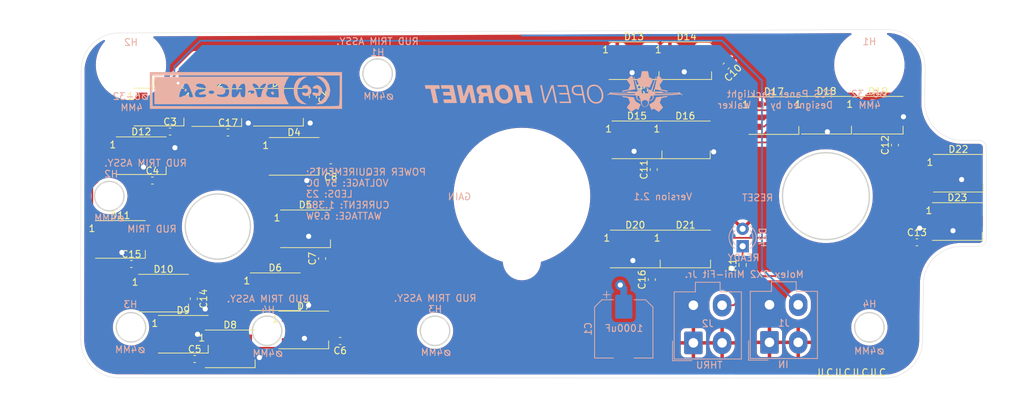
<source format=kicad_pcb>
(kicad_pcb (version 20211014) (generator pcbnew)
  (layers (0 "F.Cu" signal) (31 "B.Cu" signal) (34 "B.Paste" user) (35 "F.Paste" user) (36 "B.SilkS" user "B.Silkscreen") (37 "F.SilkS" user "F.Silkscreen") (38 "B.Mask" user) (39 "F.Mask" user) (44 "Edge.Cuts" user))
  (net 0 "")
  (net 1 "Net-(D1-Pad2)")
  (net 2 "Net-(D2-Pad2)")
  (net 3 "Net-(D3-Pad2)")
  (net 4 "Net-(D4-Pad2)")
  (net 5 "Net-(D5-Pad2)")
  (net 6 "Net-(D6-Pad2)")
  (net 7 "Net-(D7-Pad2)")
  (net 8 "Net-(D8-Pad2)")
  (net 9 "Net-(D10-Pad4)")
  (net 10 "Net-(D10-Pad2)")
  (net 11 "Net-(D11-Pad2)")
  (net 12 "Net-(D12-Pad2)")
  (net 13 "Net-(D13-Pad2)")
  (net 14 "Net-(D14-Pad2)")
  (net 15 "Net-(D15-Pad2)")
  (net 16 "Net-(D16-Pad2)")
  (net 17 "Net-(D17-Pad2)")
  (net 18 "Net-(D18-Pad2)")
  (net 19 "Net-(D19-Pad2)")
  (net 20 "Net-(D20-Pad2)")
  (net 21 "Net-(D21-Pad2)")
  (net 22 "Net-(D22-Pad2)")
  (net 23 "Net-(D24-Pad1)")
  (net 24 "/LEDGND")
  (net 25 "/LED+5V")
  (net 26 "/DATAIN")
  (net 27 "/DATAOUT")
  (footprint "OH_Footprints:LED_WS2812B_PLCC4_5.0x5.0mm_P3.2mm" (layer "F.Cu") (at 94.2848 57.8104)
    (fp_text reference "D1")
    (fp_text value "WS2812B")
  )
  (footprint "OH_Footprints:LED_WS2812B_PLCC4_5.0x5.0mm_P3.2mm" (layer "F.Cu") (at 102.729 57.8864)
    (fp_text reference "D2")
    (fp_text value "WS2812B")
  )
  (footprint "OH_Footprints:LED_WS2812B_PLCC4_5.0x5.0mm_P3.2mm" (layer "F.Cu") (at 111.748 57.8356)
    (fp_text reference "D3")
    (fp_text value "WS2812B")
  )
  (footprint "OH_Footprints:LED_WS2812B_PLCC4_5.0x5.0mm_P3.2mm" (layer "F.Cu") (at 114.046 65.024)
    (fp_text reference "D4")
    (fp_text value "WS2812B")
  )
  (footprint "OH_Footprints:LED_WS2812B_PLCC4_5.0x5.0mm_P3.2mm" (layer "F.Cu") (at 115.711 75.6156)
    (fp_text reference "D5")
    (fp_text value "WS2812B")
  )
  (footprint "OH_Footprints:LED_WS2812B_PLCC4_5.0x5.0mm_P3.2mm" (layer "F.Cu") (at 111.291 84.8104)
    (fp_text reference "D6")
    (fp_text value "WS2812B")
  )
  (footprint "OH_Footprints:LED_WS2812B_PLCC4_5.0x5.0mm_P3.2mm" (layer "F.Cu") (at 115.457 90.3984)
    (fp_text reference "D7")
    (fp_text value "WS2812B")
  )
  (footprint "OH_Footprints:LED_WS2812B_PLCC4_5.0x5.0mm_P3.2mm" (layer "F.Cu") (at 104.699 93.1672)
    (fp_text reference "D8")
    (fp_text value "WS2812B")
  )
  (footprint "OH_Footprints:LED_WS2812B_PLCC4_5.0x5.0mm_P3.2mm" (layer "F.Cu") (at 97.8408 91.0336)
    (fp_text reference "D9")
    (fp_text value "WS2812B")
  )
  (footprint "OH_Footprints:LED_WS2812B_PLCC4_5.0x5.0mm_P3.2mm" (layer "F.Cu") (at 94.9568 85.0136)
    (fp_text reference "D10")
    (fp_text value "WS2812B")
  )
  (footprint "OH_Footprints:LED_WS2812B_PLCC4_5.0x5.0mm_P3.2mm" (layer "F.Cu") (at 88.646 77.1652)
    (fp_text reference "D11")
    (fp_text value "WS2812B")
  )
  (footprint "OH_Footprints:LED_WS2812B_PLCC4_5.0x5.0mm_P3.2mm" (layer "F.Cu") (at 91.694 64.9224)
    (fp_text reference "D12")
    (fp_text value "WS2812B")
  )
  (footprint "OH_Footprints:LED_WS2812B_PLCC4_5.0x5.0mm_P3.2mm" (layer "F.Cu") (at 163.74 51.0284)
    (fp_text reference "D13")
    (fp_text value "WS2812B")
  )
  (footprint "OH_Footprints:LED_WS2812B_PLCC4_5.0x5.0mm_P3.2mm" (layer "F.Cu") (at 171.438 51.0288)
    (fp_text reference "D14")
    (fp_text value "WS2812B")
  )
  (footprint "OH_Footprints:LED_WS2812B_PLCC4_5.0x5.0mm_P3.2mm" (layer "F.Cu") (at 164.174 62.6108)
    (fp_text reference "D15")
    (fp_text value "WS2812B")
  )
  (footprint "OH_Footprints:LED_WS2812B_PLCC4_5.0x5.0mm_P3.2mm" (layer "F.Cu") (at 171.235 62.6112)
    (fp_text reference "D16")
    (fp_text value "WS2812B")
  )
  (footprint "OH_Footprints:LED_WS2812B_PLCC4_5.0x5.0mm_P3.2mm" (layer "F.Cu") (at 184.189 59.0552)
    (fp_text reference "D17")
    (fp_text value "WS2812B")
  )
  (footprint "OH_Footprints:LED_WS2812B_PLCC4_5.0x5.0mm_P3.2mm" (layer "F.Cu") (at 191.883 59.004)
    (fp_text reference "D18")
    (fp_text value "WS2812B")
  )
  (footprint "OH_Footprints:LED_WS2812B_PLCC4_5.0x5.0mm_P3.2mm" (layer "F.Cu") (at 199.429 59.004)
    (fp_text reference "D19")
    (fp_text value "WS2812B")
  )
  (footprint "OH_Footprints:LED_WS2812B_PLCC4_5.0x5.0mm_P3.2mm" (layer "F.Cu") (at 163.92 78.5624)
    (fp_text reference "D20")
    (fp_text value "WS2812B")
  )
  (footprint "OH_Footprints:LED_WS2812B_PLCC4_5.0x5.0mm_P3.2mm" (layer "F.Cu") (at 171.286 78.562)
    (fp_text reference "D21")
    (fp_text value "WS2812B")
  )
  (footprint "OH_Footprints:LED_WS2812B_PLCC4_5.0x5.0mm_P3.2mm" (layer "F.Cu") (at 211.164 67.4876)
    (fp_text reference "D22")
    (fp_text value "WS2812B")
  )
  (footprint "OH_Footprints:LED_WS2812B_PLCC4_5.0x5.0mm_P3.2mm" (layer "F.Cu") (at 211.012 74.5488)
    (fp_text reference "D23")
    (fp_text value "WS2812B")
  )
  (footprint "OH_Footprints:R_0603_1608Metric" (layer "F.Cu") (at 179.621 80.9067 90)
    (fp_text reference "R1")
    (fp_text value "R")
  )
  (footprint "OH_Footprints:C_0603_1608Metric" (layer "F.Cu") (at 116.789 56.322 -90)
    (fp_text reference "C2")
    (fp_text value "C")
  )
  (footprint "OH_Footprints:C_0603_1608Metric" (layer "F.Cu") (at 95.9179 61.3969)
    (fp_text reference "C3")
    (fp_text value "C")
  )
  (footprint "OH_Footprints:C_0603_1608Metric" (layer "F.Cu") (at 93.3297 68.5622)
    (fp_text reference "C4")
    (fp_text value "C")
  )
  (footprint "OH_Footprints:C_0603_1608Metric" (layer "F.Cu") (at 99.5146 94.6429)
    (fp_text reference "C5")
    (fp_text value "C")
  )
  (footprint "OH_Footprints:C_0603_1608Metric" (layer "F.Cu") (at 120.78 92.0039 180)
    (fp_text reference "C6")
    (fp_text value "C")
  )
  (footprint "OH_Footprints:C_0603_1608Metric" (layer "F.Cu") (at 118.148 79.9669 90)
    (fp_text reference "C7")
    (fp_text value "C")
  )
  (footprint "OH_Footprints:C_0603_1608Metric" (layer "F.Cu") (at 119.408 66.6166 180)
    (fp_text reference "C8")
    (fp_text value "C")
  )
  (footprint "OH_Footprints:C_0603_1608Metric" (layer "F.Cu") (at 166.202 55.3821 90)
    (fp_text reference "C9")
    (fp_text value "C")
  )
  (footprint "OH_Footprints:C_0603_1608Metric" (layer "F.Cu") (at 177.211 51.823 -135)
    (fp_text reference "C10")
    (fp_text value "C")
  )
  (footprint "OH_Footprints:C_0603_1608Metric" (layer "F.Cu") (at 166.627 66.9518 90)
    (fp_text reference "C11")
    (fp_text value "C")
  )
  (footprint "OH_Footprints:C_0603_1608Metric" (layer "F.Cu") (at 201.892 63.3731 90)
    (fp_text reference "C12")
    (fp_text value "C")
  )
  (footprint "OH_Footprints:C_0603_1608Metric" (layer "F.Cu") (at 205.105 77.5868)
    (fp_text reference "C13")
    (fp_text value "C")
  )
  (footprint "OH_Footprints:C_0603_1608Metric" (layer "F.Cu") (at 99.3826 85.8445 -90)
    (fp_text reference "C14")
    (fp_text value "C")
  )
  (footprint "OH_Footprints:C_0603_1608Metric" (layer "F.Cu") (at 90.2588 80.7593)
    (fp_text reference "C15")
    (fp_text value "C")
  )
  (footprint "OH_Footprints:C_0603_1608Metric" (layer "F.Cu") (at 166.34 83.0352 90)
    (fp_text reference "C16")
    (fp_text value "C")
  )
  (footprint "OH_Footprints:C_0603_1608Metric" (layer "F.Cu") (at 104.386 61.529)
    (fp_text reference "C17")
    (fp_text value "C")
  )
  (footprint "OH_Backlighting:100SPX_Toggle_13mm_x_18mm" (layer "F.Cu") (at 147.350894 70.837146)
    (fp_text reference "1" hide)
    (fp_text value "100SPX_Toggle_13mm_x_18mm" hide)
  )
  (footprint "OH_Backlighting:OH_Panel_6-32_PHS" (layer "F.Cu") (at 90.200894 51.660146)
    (fp_text reference "1" hide)
    (fp_text value "OH_Panel_Fastner_Keepout" hide)
  )
  (footprint "OH_Backlighting:OH_Panel_6-32_PHS" (layer "F.Cu") (at 198.150894 51.660146)
    (fp_text reference "2" hide)
    (fp_text value "OH_Panel_Fastner_Keepout" hide)
  )
  (footprint "OH_Footprints:CP_Elec_8x10" (layer "B.Cu") (at 162.242 90.2474 -90)
    (fp_text reference "C1")
    (fp_text value "C_Polarized")
  )
  (footprint "OH_Footprints:Molex_Mini-Fit_Jr_5566-04A_2x02_P4.20mm_Vertical" (layer "B.Cu") (at 183.547 92.2172)
    (fp_text reference "J1")
    (fp_text value "Conn_01x04_Female")
  )
  (footprint "OH_Footprints:Molex_Mini-Fit_Jr_5566-04A_2x02_P4.20mm_Vertical" (layer "B.Cu") (at 172.424 92.2884)
    (fp_text reference "J2")
    (fp_text value "Conn_01x04_Female")
  )
  (footprint "OH_Footprints:LED_D3.0mm" (layer "B.Cu") (at 179.624 78.1558 90)
    (fp_text reference "D24")
    (fp_text value "LED")
  )
  (footprint "OH_General:OH_LOGO_37.7mm_5.9mm" (layer "B.Cu") (at 152.0063 55.54472 180)
    (fp_text reference "G***" hide)
    (fp_text value "LOGO" hide)
  )
  (footprint "OH_General:CC-BY-NC-SA-Small" (layer "B.Cu") (at 107.09148 55.38724 180)
    (fp_text reference "G***" hide)
    (fp_text value "LOGO" hide)
  )
  (gr_arc (start 215.2396 77.1652) (mid 214.94202 77.88362) (end 214.2236 78.1812) (layer "Edge.Cuts") (width 0.05))
  (gr_arc (start 205.943431 91.897199) (mid 204.303554 95.830675) (end 200.3552 97.434399) (layer "Edge.Cuts") (width 0.05))
  (gr_line (start 206.044569 83.7184) (end 205.943431 91.897199) (layer "Edge.Cuts") (width 0.05))
  (gr_line (start 211.6328 78.1812) (end 214.2236 78.1812) (layer "Edge.Cuts") (width 0.05))
  (gr_line (start 214.2236 62.6872) (end 211.7852 62.687431) (layer "Edge.Cuts") (width 0.05))
  (gr_line (start 206.2988 52.070231) (end 206.248 57.0992) (layer "Edge.Cuts") (width 0.05))
  (gr_circle (center 126.258881 52.91886) (end 128.411531 52.91886) (layer "Edge.Cuts") (width 0.2) (fill none))
  (gr_arc (start 88.392001 97.383831) (mid 84.458525 95.743954) (end 82.854801 91.7956) (layer "Edge.Cuts") (width 0.05))
  (gr_arc (start 214.2236 62.6872) (mid 214.94202 62.98478) (end 215.2396 63.7032) (layer "Edge.Cuts") (width 0.05))
  (gr_arc (start 206.044569 83.7184) (mid 207.684446 79.784924) (end 211.6328 78.1812) (layer "Edge.Cuts") (width 0.05))
  (gr_arc (start 200.7616 46.482) (mid 204.695076 48.121877) (end 206.2988 52.070231) (layer "Edge.Cuts") (width 0.05))
  (gr_circle (center 198.150894 90.014146) (end 200.303543 90.014146) (layer "Edge.Cuts") (width 0.2) (fill none))
  (gr_line (start 200.7616 46.482) (end 88.4936 46.990001) (layer "Edge.Cuts") (width 0.05))
  (gr_line (start 215.2396 63.7032) (end 215.2396 77.1652) (layer "Edge.Cuts") (width 0.05))
  (gr_circle (center 134.650894 90.522146) (end 136.803543 90.522146) (layer "Edge.Cuts") (width 0.2) (fill none))
  (gr_line (start 88.392001 97.383831) (end 200.3552 97.434399) (layer "Edge.Cuts") (width 0.05))
  (gr_arc (start 82.905369 52.527201) (mid 84.545246 48.593725) (end 88.4936 46.990001) (layer "Edge.Cuts") (width 0.05))
  (gr_circle (center 110.100894 90.522146) (end 112.253544 90.522146) (layer "Edge.Cuts") (width 0.2) (fill none))
  (gr_circle (center 102.900894 75.282146) (end 107.663394 75.282146) (layer "Edge.Cuts") (width 0.2) (fill none))
  (gr_circle (center 90.200894 90.014146) (end 92.353544 90.014146) (layer "Edge.Cuts") (width 0.2) (fill none))
  (gr_circle (center 87.025894 70.832146) (end 89.178543 70.832146) (layer "Edge.Cuts") (width 0.2) (fill none))
  (gr_circle (center 191.800894 70.837146) (end 198.150893 70.837146) (layer "Edge.Cuts") (width 0.2) (fill none))
  (gr_line (start 82.905369 52.527201) (end 82.854801 91.7956) (layer "Edge.Cuts") (width 0.05))
  (gr_arc (start 211.7852 62.687431) (mid 207.851724 61.047554) (end 206.248 57.0992) (layer "Edge.Cuts") (width 0.05))
  (gr_text "⌀4MM" (at 126.4412 56.2356) (layer "B.SilkS") (effects (font (size 1 1)) (justify mirror)))
  (gr_text "POWER REQUIREMENTS:\nVOLTAGE: 5V DC\nLEDS: 23\nCURRENT: 1.38A\nWATTAGE: 6.9W" (at 115.69446 70.53072) (layer "B.SilkS") (effects (font (size 1 1)) (justify right mirror)))
  (gr_text "⌀4MM" (at 134.8232 93.6752) (layer "B.SilkS") (effects (font (size 1 1)) (justify mirror)))
  (gr_text "H4" (at 198.1708 86.614) (layer "B.SilkS") (effects (font (size 1 1)) (justify mirror)))
  (gr_text "Version 2.1" (at 167.9448 70.9168) (layer "B.SilkS") (effects (font (size 1 1)) (justify mirror)))
  (gr_text "RUD TRIM ASSY.\nH4" (at 110.236 86.6648) (layer "B.SilkS") (effects (font (size 1 1)) (justify mirror)))
  (gr_text "THRU" (at 174.74692 95.5421) (layer "B.SilkS") (effects (font (size 1 1)) (justify mirror)))
  (gr_text "GAIN" (at 138.2268 70.9168) (layer "B.SilkS") (effects (font (size 1 1)) (justify mirror)))
  (gr_text "1000uF" (at 162.29 90.16) (layer "B.SilkS") (effects (font (size 1 1)) (justify mirror)))
  (gr_text "RUD TRIM" (at 93.2688 75.6412) (layer "B.SilkS") (effects (font (size 1 1)) (justify mirror)))
  (gr_text "READY" (at 179.77104 79.83474) (layer "B.SilkS") (effects (font (size 1 1)) (justify mirror)))
  (gr_text "⌀4MM" (at 90.1192 93.2688) (layer "B.SilkS") (effects (font (size 1 1)) (justify mirror)))
  (gr_text "IN" (at 185.56986 95.45828) (layer "B.SilkS") (effects (font (size 1 1)) (justify mirror)))
  (gr_text "RUD TRIM ASSY.\nH2" (at 86.2076 66.802) (layer "B.SilkS") (effects (font (size 1 1)) (justify right mirror)))
  (gr_text "⌀4MM" (at 198.1708 93.472) (layer "B.SilkS") (effects (font (size 1 1)) (justify mirror)))
  (gr_text "RUD TRIM ASSY.\nH3" (at 134.6708 86.5632) (layer "B.SilkS") (effects (font (size 1 1)) (justify mirror)))
  (gr_text "FCS Panel Backlight\nDesigned by L. Walker" (at 192.91808 56.72328) (layer "B.SilkS") (effects (font (size 1 1)) (justify left mirror)))
  (gr_text "RUD TRIM ASSY.\nH1" (at 126.238 49.022) (layer "B.SilkS") (effects (font (size 1 1)) (justify mirror)))
  (gr_text "H3" (at 90.1192 86.6648) (layer "B.SilkS") (effects (font (size 1 1)) (justify mirror)))
  (gr_text "⌀4MM" (at 87.0712 74.02576) (layer "B.SilkS") (effects (font (size 1 1)) (justify mirror)))
  (gr_text "Molex 2X2 Mini-Fit Jr." (at 179.8574 82.2706) (layer "B.SilkS") (effects (font (size 1 1)) (justify mirror)))
  (gr_text "RESET" (at 181.8132 71.0692) (layer "B.SilkS") (effects (font (size 1 1)) (justify mirror)))
  (gr_text "⌀4MM" (at 110.236 93.8276) (layer "B.SilkS") (effects (font (size 1 1)) (justify mirror)))
  (gr_text "JLCJLCJLCJLC" (at 195.43 96.62) (layer "F.SilkS") (effects (font (size 1 1))))
  (segment (start 103.2784 57.1117) (end 104.1037 56.2864) (width 0.25) (layer "F.Cu") (net 1))
  (segment (start 92.9101 59.4104) (end 95.2088 57.1117) (width 0.25) (layer "F.Cu") (net 1))
  (segment (start 105.179 56.2864) (end 104.1037 56.2864) (width 0.25) (layer "F.Cu") (net 1))
  (segment (start 91.8348 59.4104) (end 92.9101 59.4104) (width 0.25) (layer "F.Cu") (net 1))
  (segment (start 95.2088 57.1117) (end 103.2784 57.1117) (width 0.25) (layer "F.Cu") (net 1))
  (segment (start 102.9482 57.8925) (end 111.4658 57.8925) (width 0.25) (layer "F.Cu") (net 2))
  (segment (start 101.3543 59.4864) (end 102.9482 57.8925) (width 0.25) (layer "F.Cu") (net 2))
  (segment (start 100.279 59.4864) (end 101.3543 59.4864) (width 0.25) (layer "F.Cu") (net 2))
  (segment (start 114.198 56.2356) (end 113.1227 56.2356) (width 0.25) (layer "F.Cu") (net 2))
  (segment (start 111.4658 57.8925) (end 113.1227 56.2356) (width 0.25) (layer "F.Cu") (net 2))
  (segment (start 110.3733 59.4356) (end 114.3617 63.424) (width 0.25) (layer "F.Cu") (net 3))
  (segment (start 114.3617 63.424) (end 116.496 63.424) (width 0.25) (layer "F.Cu") (net 3))
  (segment (start 109.298 59.4356) (end 110.3733 59.4356) (width 0.25) (layer "F.Cu") (net 3))
  (segment (start 111.596 67.4506) (end 118.161 74.0156) (width 0.25) (layer "F.Cu") (net 4))
  (segment (start 111.596 66.624) (end 111.596 67.4506) (width 0.25) (layer "F.Cu") (net 4))
  (segment (start 113.741 83.2104) (end 113.741 77.6956) (width 0.25) (layer "F.Cu") (net 5))
  (segment (start 113.741 77.6956) (end 113.261 77.2156) (width 0.25) (layer "F.Cu") (net 5))
  (segment (start 111.479 87.9731) (end 116.0064 87.9731) (width 0.25) (layer "F.Cu") (net 6))
  (segment (start 117.907 88.7984) (end 116.8317 88.7984) (width 0.25) (layer "F.Cu") (net 6))
  (segment (start 108.841 86.4104) (end 109.9163 86.4104) (width 0.25) (layer "F.Cu") (net 6))
  (segment (start 109.9163 86.4104) (end 111.479 87.9731) (width 0.25) (layer "F.Cu") (net 6))
  (segment (start 116.0064 87.9731) (end 116.8317 88.7984) (width 0.25) (layer "F.Cu") (net 6))
  (segment (start 113.007 91.9984) (end 112.0006 93.0048) (width 0.25) (layer "F.Cu") (net 7))
  (segment (start 112.0006 93.0048) (end 108.5866 93.0048) (width 0.25) (layer "F.Cu") (net 7))
  (segment (start 108.5866 93.0048) (end 107.149 91.5672) (width 0.25) (layer "F.Cu") (net 7))
  (segment (start 102.249 94.7672) (end 103.3243 94.7672) (width 0.25) (layer "F.Cu") (net 8))
  (segment (start 103.3243 94.7672) (end 103.3243 90.8623) (width 0.25) (layer "F.Cu") (net 8))
  (segment (start 103.3243 90.8623) (end 101.8956 89.4336) (width 0.25) (layer "F.Cu") (net 8))
  (segment (start 101.8956 89.4336) (end 100.2908 89.4336) (width 0.25) (layer "F.Cu") (net 8))
  (segment (start 95.3908 92.6336) (end 94.315799 91.558599) (width 0.25) (layer "F.Cu") (net 9))
  (segment (start 94.315799 91.558599) (end 94.315799 86.504601) (width 0.25) (layer "F.Cu") (net 9))
  (segment (start 94.315799 86.504601) (end 97.4068 83.4136) (width 0.25) (layer "F.Cu") (net 9))
  (segment (start 92.171001 76.640201) (end 91.096 75.5652) (width 0.25) (layer "F.Cu") (net 10))
  (segment (start 91.431799 85.538599) (end 91.431799 81.617795) (width 0.25) (layer "F.Cu") (net 10))
  (segment (start 92.171001 80.878593) (end 92.171001 76.640201) (width 0.25) (layer "F.Cu") (net 10))
  (segment (start 91.431799 81.617795) (end 92.171001 80.878593) (width 0.25) (layer "F.Cu") (net 10))
  (segment (start 92.5068 86.6136) (end 91.431799 85.538599) (width 0.25) (layer "F.Cu") (net 10))
  (segment (start 84.5444 69.4758) (end 89.8725 64.1477) (width 0.25) (layer "F.Cu") (net 11))
  (segment (start 84.5444 78.1889) (end 84.5444 69.4758) (width 0.25) (layer "F.Cu") (net 11))
  (segment (start 92.2434 64.1477) (end 93.0687 63.3224) (width 0.25) (layer "F.Cu") (net 11))
  (segment (start 94.144 63.3224) (end 93.0687 63.3224) (width 0.25) (layer "F.Cu") (net 11))
  (segment (start 86.196 78.7652) (end 85.1207 78.7652) (width 0.25) (layer "F.Cu") (net 11))
  (segment (start 85.1207 78.7652) (end 84.5444 78.1889) (width 0.25) (layer "F.Cu") (net 11))
  (segment (start 89.8725 64.1477) (end 92.2434 64.1477) (width 0.25) (layer "F.Cu") (net 11))
  (segment (start 89.244 66.5224) (end 90.3193 66.5224) (width 0.25) (layer "F.Cu") (net 12))
  (segment (start 95.2518 62.6804) (end 95.0684 62.497) (width 0.25) (layer "F.Cu") (net 12))
  (segment (start 91.1973 58.585) (end 99.5286 50.2537) (width 0.25) (layer "F.Cu") (net 12))
  (segment (start 99.5286 50.2537) (end 164.2894 50.2537) (width 0.25) (layer "F.Cu") (net 12))
  (segment (start 164.2894 50.2537) (end 165.1147 49.4284) (width 0.25) (layer "F.Cu") (net 12))
  (segment (start 93.1787 62.497) (end 90.7594 60.0777) (width 0.25) (layer "F.Cu") (net 12))
  (segment (start 95.0684 62.497) (end 93.1787 62.497) (width 0.25) (layer "F.Cu") (net 12))
  (segment (start 95.2518 64.0016) (end 95.2518 62.6804) (width 0.25) (layer "F.Cu") (net 12))
  (segment (start 93.7385 65.5149) (end 95.2518 64.0016) (width 0.25) (layer "F.Cu") (net 12))
  (segment (start 91.3268 65.5149) (end 93.7385 65.5149) (width 0.25) (layer "F.Cu") (net 12))
  (segment (start 90.3193 66.5224) (end 91.3268 65.5149) (width 0.25) (layer "F.Cu") (net 12))
  (segment (start 90.7594 60.0777) (end 90.7594 58.7757) (width 0.25) (layer "F.Cu") (net 12))
  (segment (start 90.9501 58.585) (end 91.1973 58.585) (width 0.25) (layer "F.Cu") (net 12))
  (segment (start 166.19 49.4284) (end 165.1147 49.4284) (width 0.25) (layer "F.Cu") (net 12))
  (segment (start 90.7594 58.7757) (end 90.9501 58.585) (width 0.25) (layer "F.Cu") (net 12))
  (segment (start 172.8127 49.4288) (end 173.888 49.4288) (width 0.25) (layer "F.Cu") (net 13))
  (segment (start 162.032298 52.6284) (end 163.106298 51.5544) (width 0.25) (layer "F.Cu") (net 13))
  (segment (start 161.29 52.6284) (end 162.032298 52.6284) (width 0.25) (layer "F.Cu") (net 13))
  (segment (start 170.6871 51.5544) (end 172.8127 49.4288) (width 0.25) (layer "F.Cu") (net 13))
  (segment (start 163.106298 51.5544) (end 170.6871 51.5544) (width 0.25) (layer "F.Cu") (net 13))
  (segment (start 166.624 61.0108) (end 168.988 58.6468) (width 0.25) (layer "F.Cu") (net 14))
  (segment (start 168.988 58.6468) (end 168.988 52.6288) (width 0.25) (layer "F.Cu") (net 14))
  (segment (start 173.685 61.519) (end 171.91609 61.519) (width 0.25) (layer "F.Cu") (net 15))
  (segment (start 171.91609 61.519) (end 170.231991 63.203099) (width 0.25) (layer "F.Cu") (net 15))
  (segment (start 162.226098 64.2108) (end 161.724 64.2108) (width 0.25) (layer "F.Cu") (net 15))
  (segment (start 163.233799 63.203099) (end 162.226098 64.2108) (width 0.25) (layer "F.Cu") (net 15))
  (segment (start 170.231991 63.203099) (end 163.233799 63.203099) (width 0.25) (layer "F.Cu") (net 15))
  (segment (start 173.685 61.0112) (end 173.685 61.519) (width 0.25) (layer "F.Cu") (net 15))
  (segment (start 175.126 63.2818) (end 180.1273 58.2805) (width 0.25) (layer "F.Cu") (net 16))
  (segment (start 180.1273 58.2805) (end 184.7384 58.2805) (width 0.25) (layer "F.Cu") (net 16))
  (segment (start 184.7384 58.2805) (end 185.5637 57.4552) (width 0.25) (layer "F.Cu") (net 16))
  (segment (start 169.8603 64.2112) (end 170.7897 63.2818) (width 0.25) (layer "F.Cu") (net 16))
  (segment (start 170.7897 63.2818) (end 175.126 63.2818) (width 0.25) (layer "F.Cu") (net 16))
  (segment (start 168.785 64.2112) (end 169.8603 64.2112) (width 0.25) (layer "F.Cu") (net 16))
  (segment (start 186.639 57.4552) (end 185.5637 57.4552) (width 0.25) (layer "F.Cu") (net 16))
  (segment (start 194.333 57.404) (end 193.2577 57.404) (width 0.25) (layer "F.Cu") (net 17))
  (segment (start 183.6909 59.7786) (end 182.8143 60.6552) (width 0.25) (layer "F.Cu") (net 17))
  (segment (start 181.739 60.6552) (end 182.8143 60.6552) (width 0.25) (layer "F.Cu") (net 17))
  (segment (start 190.8831 59.7786) (end 183.6909 59.7786) (width 0.25) (layer "F.Cu") (net 17))
  (segment (start 193.2577 57.404) (end 190.8831 59.7786) (width 0.25) (layer "F.Cu") (net 17))
  (segment (start 189.433 60.604) (end 190.9797 60.604) (width 0.25) (layer "F.Cu") (net 18))
  (segment (start 190.9797 60.604) (end 193.3544 58.2293) (width 0.25) (layer "F.Cu") (net 18))
  (segment (start 193.3544 58.2293) (end 199.9784 58.2293) (width 0.25) (layer "F.Cu") (net 18))
  (segment (start 199.9784 58.2293) (end 200.8037 57.404) (width 0.25) (layer "F.Cu") (net 18))
  (segment (start 201.879 57.404) (end 200.8037 57.404) (width 0.25) (layer "F.Cu") (net 18))
  (segment (start 167.4453 76.5498) (end 167.4453 76.9624) (width 0.25) (layer "F.Cu") (net 19))
  (segment (start 195.9037 60.8103) (end 193.7301 62.9839) (width 0.25) (layer "F.Cu") (net 19))
  (segment (start 193.7301 62.9839) (end 181.0112 62.9839) (width 0.25) (layer "F.Cu") (net 19))
  (segment (start 166.37 76.9624) (end 167.4453 76.9624) (width 0.25) (layer "F.Cu") (net 19))
  (segment (start 196.979 60.604) (end 195.9037 60.604) (width 0.25) (layer "F.Cu") (net 19))
  (segment (start 181.0112 62.9839) (end 167.4453 76.5498) (width 0.25) (layer "F.Cu") (net 19))
  (segment (start 195.9037 60.604) (end 195.9037 60.8103) (width 0.25) (layer "F.Cu") (net 19))
  (segment (start 173.736 76.962) (end 172.6607 76.962) (width 0.25) (layer "F.Cu") (net 20))
  (segment (start 161.47 80.1624) (end 163.344 78.2884) (width 0.25) (layer "F.Cu") (net 20))
  (segment (start 163.344 78.2884) (end 171.3343 78.2884) (width 0.25) (layer "F.Cu") (net 20))
  (segment (start 171.3343 78.2884) (end 172.6607 76.962) (width 0.25) (layer "F.Cu") (net 20))
  (segment (start 174.1987 79.3367) (end 176.6049 76.9305) (width 0.25) (layer "F.Cu") (net 21))
  (segment (start 186.182 79.248) (end 196.088 79.248) (width 0.25) (layer "F.Cu") (net 21))
  (segment (start 211.3659 66.7129) (end 211.7134 66.7129) (width 0.25) (layer "F.Cu") (net 21))
  (segment (start 170.7366 79.3367) (end 174.1987 79.3367) (width 0.25) (layer "F.Cu") (net 21))
  (segment (start 211.36561 66.71261) (end 211.3659 66.7129) (width 0.25) (layer "F.Cu") (net 21))
  (segment (start 168.836 80.162) (end 169.9113 80.162) (width 0.25) (layer "F.Cu") (net 21))
  (segment (start 183.8645 76.9305) (end 186.182 79.248) (width 0.25) (layer "F.Cu") (net 21))
  (segment (start 208.62339 66.71261) (end 211.36561 66.71261) (width 0.25) (layer "F.Cu") (net 21))
  (segment (start 211.7134 66.7129) (end 212.5387 65.8876) (width 0.25) (layer "F.Cu") (net 21))
  (segment (start 196.088 79.248) (end 208.62339 66.71261) (width 0.25) (layer "F.Cu") (net 21))
  (segment (start 176.6049 76.9305) (end 183.8645 76.9305) (width 0.25) (layer "F.Cu") (net 21))
  (segment (start 169.9113 80.162) (end 170.7366 79.3367) (width 0.25) (layer "F.Cu") (net 21))
  (segment (start 212.5387 65.8876) (end 213.614 65.8876) (width 0.25) (layer "F.Cu") (net 21))
  (segment (start 209.6008 69.0876) (end 213.462 72.9488) (width 0.25) (layer "F.Cu") (net 22))
  (segment (start 208.714 69.0876) (end 209.6008 69.0876) (width 0.25) (layer "F.Cu") (net 22))
  (segment (start 179.624 78.1558) (end 179.624 79.3811) (width 0.25) (layer "F.Cu") (net 23))
  (segment (start 179.621 79.3841) (end 179.621 80.1192) (width 0.25) (layer "F.Cu") (net 23))
  (segment (start 179.624 79.3811) (end 179.621 79.3841) (width 0.25) (layer "F.Cu") (net 23))
  (segment (start 93.6123 66.5224) (end 93.6809 66.5224) (width 1) (layer "F.Cu") (net 24))
  (segment (start 165.6449 80.1624) (end 166.34 80.8575) (width 1) (layer "F.Cu") (net 24))
  (segment (start 116.496 66.624) (end 116.496 67.9628) (width 1) (layer "F.Cu") (net 24))
  (segment (start 194.333 60.604) (end 192.8827 60.604) (width 1) (layer "F.Cu") (net 24))
  (segment (start 114.198 59.4356) (end 115.6483 59.4356) (width 1) (layer "F.Cu") (net 24))
  (segment (start 119.9925 92.0039) (end 119.992 92.0039) (width 1) (layer "F.Cu") (net 24))
  (segment (start 202.6042 60.604) (end 201.892 61.3162) (width 1) (layer "F.Cu") (net 24))
  (segment (start 100.0824 87.3318) (end 99.3826 86.632) (width 1) (layer "F.Cu") (net 24))
  (segment (start 211.7559 75.893) (end 212.0117 76.1488) (width 1) (layer "F.Cu") (net 24))
  (segment (start 105.179 61.5235) (end 105.179 59.4864) (width 1) (layer "F.Cu") (net 24))
  (segment (start 116.1711 86.789) (end 115.5699 86.789) (width 1) (layer "F.Cu") (net 24))
  (segment (start 165.8546 64.2781) (end 165.8546 65.3919) (width 1) (layer "F.Cu") (net 24))
  (segment (start 192.0154 61.4251) (end 192.0616 61.4251) (width 1) (layer "F.Cu") (net 24))
  (segment (start 117.8112 79.1793) (end 118.148 79.1793) (width 1) (layer "F.Cu") (net 24))
  (segment (start 116.3996 60.1538) (end 116.3665 60.1538) (width 1) (layer "F.Cu") (net 24))
  (segment (start 179.3403 81.4135) (end 179.621 81.6942) (width 1) (layer "F.Cu") (net 24))
  (segment (start 212.1637 68.938) (end 212.1637 69.0876) (width 1) (layer "F.Cu") (net 24))
  (segment (start 116.7107 78.0788) (end 117.8112 79.1793) (width 1) (layer "F.Cu") (net 24))
  (segment (start 166.37 80.1624) (end 165.6449 80.1624) (width 1) (layer "F.Cu") (net 24))
  (segment (start 101.0556 87.3318) (end 100.0824 87.3318) (width 1) (layer "F.Cu") (net 24))
  (segment (start 119.987 91.9984) (end 119.992 92.0039) (width 1) (layer "F.Cu") (net 24))
  (segment (start 172.4029 52.6636) (end 172.4377 52.6288) (width 1) (layer "F.Cu") (net 24))
  (segment (start 117.907 91.9984) (end 119.987 91.9984) (width 1) (layer "F.Cu") (net 24))
  (segment (start 166.34 80.8575) (end 166.34 82.2477) (width 1) (layer "F.Cu") (net 24))
  (segment (start 116.496 66.624) (end 117.9463 66.624) (width 1) (layer "F.Cu") (net 24))
  (segment (start 201.892 61.3162) (end 201.892 62.5856) (width 1) (layer "F.Cu") (net 24))
  (segment (start 107.3502 60.1538) (end 107.2967 60.1538) (width 1) (layer "F.Cu") (net 24))
  (segment (start 89.339 79.0719) (end 89.6457 78.7652) (width 1) (layer "F.Cu") (net 24))
  (segment (start 192.0154 61.4251) (end 191.6361 61.8044) (width 1) (layer "F.Cu") (net 24))
  (segment (start 92.6258 66.5903) (end 92.6937 66.5224) (width 1) (layer "F.Cu") (net 24))
  (segment (start 113.741 86.4104) (end 115.1913 86.4104) (width 1) (layer "F.Cu") (net 24))
  (segment (start 165.6449 80.1624) (end 164.9197 80.1624) (width 1) (layer "F.Cu") (net 24))
  (segment (start 203.1357 59.2291) (end 203.3293 59.4227) (width 1) (layer "F.Cu") (net 24))
  (segment (start 100.1085 91.216) (end 100.1085 92.6336) (width 1) (layer "F.Cu") (net 24))
  (segment (start 116.7107 77.2156) (end 116.7107 78.0788) (width 1) (layer "F.Cu") (net 24))
  (segment (start 163.7498 64.2781) (end 165.8546 64.2781) (width 1) (layer "F.Cu") (net 24))
  (segment (start 100.2908 92.6336) (end 100.1085 92.6336) (width 1) (layer "F.Cu") (net 24))
  (segment (start 191.6361 61.8044) (end 187.7882 61.8044) (width 1) (layer "F.Cu") (net 24))
  (segment (start 163.5802 80.2513) (end 164.8308 80.2513) (width 1) (layer "F.Cu") (net 24))
  (segment (start 175.1863 80.162) (end 176.4378 81.4135) (width 1) (layer "F.Cu") (net 24))
  (segment (start 90.61 78.7652) (end 91.0463 79.2015) (width 1) (layer "F.Cu") (net 24))
  (segment (start 118.6205 66.6166) (end 117.9537 66.6166) (width 1) (layer "F.Cu") (net 24))
  (segment (start 107.2967 60.1538) (end 106.6293 59.4864) (width 1) (layer "F.Cu") (net 24))
  (segment (start 163.4656 52.7861) (end 164.582 52.7861) (width 1) (layer "F.Cu") (net 24))
  (segment (start 173.888 52.6288) (end 172.4377 52.6288) (width 1) (layer "F.Cu") (net 24))
  (segment (start 96.6236 63.7556) (end 96.7054 63.6738) (width 1) (layer "F.Cu") (net 24))
  (segment (start 201.879 60.604) (end 202.6042 60.604) (width 1) (layer "F.Cu") (net 24))
  (segment (start 96.7054 61.3969) (end 96.7348 61.3675) (width 1) (layer "F.Cu") (net 24))
  (segment (start 100.1085 92.6336) (end 100.3021 92.8272) (width 1) (layer "F.Cu") (net 24))
  (segment (start 91.0463 79.2015) (end 91.0463 80.7593) (width 1) (layer "F.Cu") (net 24))
  (segment (start 213.462 76.1488) (end 212.0117 76.1488) (width 1) (layer "F.Cu") (net 24))
  (segment (start 115.5699 86.789) (end 115.1913 86.4104) (width 1) (layer "F.Cu") (net 24))
  (segment (start 116.0905 91.6322) (end 116.4567 91.9984) (width 1) (layer "F.Cu") (net 24))
  (segment (start 166.19 52.6284) (end 166.19 54.5826) (width 1) (layer "F.Cu") (net 24))
  (segment (start 213.614 69.0876) (end 212.1637 69.0876) (width 1) (layer "F.Cu") (net 24))
  (segment (start 97.4068 86.6136) (end 98.8571 86.6136) (width 1) (layer "F.Cu") (net 24))
  (segment (start 107.149 94.7672) (end 108.5993 94.7672) (width 1) (layer "F.Cu") (net 24))
  (segment (start 105.179 59.4864) (end 106.6293 59.4864) (width 1) (layer "F.Cu") (net 24))
  (segment (start 108.9755 94.4334) (end 108.9331 94.4334) (width 1) (layer "F.Cu") (net 24))
  (segment (start 171.0918 52.6636) (end 172.4029 52.6636) (width 1) (layer "F.Cu") (net 24))
  (segment (start 166.19 52.6284) (end 164.7397 52.6284) (width 1) (layer "F.Cu") (net 24))
  (segment (start 99.3826 86.632) (end 98.8755 86.632) (width 1) (layer "F.Cu") (net 24))
  (segment (start 93.6123 66.5224) (end 92.6937 66.5224) (width 1) (layer "F.Cu") (net 24))
  (segment (start 202.6042 60.604) (end 203.3293 60.604) (width 1) (layer "F.Cu") (net 24))
  (segment (start 99.9261 91.0336) (end 100.1085 91.216) (width 1) (layer "F.Cu") (net 24))
  (segment (start 175.3901 64.3572) (end 175.2813 64.3572) (width 1) (layer "F.Cu") (net 24))
  (segment (start 166.19 54.5826) (end 166.202 54.5946) (width 1) (layer "F.Cu") (net 24))
  (segment (start 164.8308 80.2513) (end 164.9197 80.1624) (width 1) (layer "F.Cu") (net 24))
  (segment (start 165.8989 64.2108) (end 165.8546 64.2551) (width 1) (layer "F.Cu") (net 24))
  (segment (start 178.0721 81.4135) (end 179.3403 81.4135) (width 1) (layer "F.Cu") (net 24))
  (segment (start 116.3665 60.1538) (end 115.6483 59.4356) (width 1) (layer "F.Cu") (net 24))
  (segment (start 118.161 77.2156) (end 116.7107 77.2156) (width 1) (layer "F.Cu") (net 24))
  (segment (start 173.888 52.6288) (end 175.3383 52.6288) (width 1) (layer "F.Cu") (net 24))
  (segment (start 165.8546 65.3919) (end 166.627 66.1643) (width 1) (layer "F.Cu") (net 24))
  (segment (start 192.0616 61.4251) (end 192.8827 60.604) (width 1) (layer "F.Cu") (net 24))
  (segment (start 187.7882 61.8044) (end 186.639 60.6552) (width 1) (layer "F.Cu") (net 24))
  (segment (start 164.582 52.7861) (end 164.7397 52.6284) (width 1) (layer "F.Cu") (net 24))
  (segment (start 165.8546 64.2551) (end 165.8546 64.2781) (width 1) (layer "F.Cu") (net 24))
  (segment (start 175.2813 64.3572) (end 175.1353 64.2112) (width 1) (layer "F.Cu") (net 24))
  (segment (start 203.3293 59.4227) (end 203.3293 60.604) (width 1) (layer "F.Cu") (net 24))
  (segment (start 166.624 64.2108) (end 165.8989 64.2108) (width 1) (layer "F.Cu") (net 24))
  (segment (start 175.5873 52.3798) (end 175.3383 52.6288) (width 1) (layer "F.Cu") (net 24))
  (segment (start 94.1172 66.9587) (end 94.1172 68.5622) (width 1) (layer "F.Cu") (net 24))
  (segment (start 205.5021 75.5183) (end 205.8925 75.9087) (width 1) (layer "F.Cu") (net 24))
  (segment (start 173.736 80.162) (end 175.1863 80.162) (width 1) (layer "F.Cu") (net 24))
  (segment (start 92.0251 66.5903) (end 92.6258 66.5903) (width 1) (layer "F.Cu") (net 24))
  (segment (start 210.3768 75.893) (end 211.7559 75.893) (width 1) (layer "F.Cu") (net 24))
  (segment (start 96.7348 61.3675) (end 96.7348 59.4104) (width 1) (layer "F.Cu") (net 24))
  (segment (start 90.5529 78.7652) (end 90.61 78.7652) (width 1) (layer "F.Cu") (net 24))
  (segment (start 116.496 67.9628) (end 115.9014 68.5574) (width 1) (layer "F.Cu") (net 24))
  (segment (start 115.6483 58.2502) (end 115.6483 59.4356) (width 1) (layer "F.Cu") (net 24))
  (segment (start 96.7054 63.6738) (end 96.7054 61.3969) (width 1) (layer "F.Cu") (net 24))
  (segment (start 91.096 78.7652) (end 90.61 78.7652) (width 1) (layer "F.Cu") (net 24))
  (segment (start 117.907 91.9984) (end 116.4567 91.9984) (width 1) (layer "F.Cu") (net 24))
  (segment (start 116.209 76.7139) (end 116.7107 77.2156) (width 1) (layer "F.Cu") (net 24))
  (segment (start 115.5543 91.6322) (end 116.0905 91.6322) (width 1) (layer "F.Cu") (net 24))
  (segment (start 98.8755 86.632) (end 98.8571 86.6136) (width 1) (layer "F.Cu") (net 24))
  (segment (start 176.4378 81.4135) (end 178.0721 81.4135) (width 1) (layer "F.Cu") (net 24))
  (segment (start 108.9331 94.4334) (end 108.5993 94.7672) (width 1) (layer "F.Cu") (net 24))
  (segment (start 90.5529 78.7652) (end 89.6457 78.7652) (width 1) (layer "F.Cu") (net 24))
  (segment (start 116.1762 76.7139) (end 116.209 76.7139) (width 1) (layer "F.Cu") (net 24))
  (segment (start 211.64 68.4143) (end 212.1637 68.938) (width 1) (layer "F.Cu") (net 24))
  (segment (start 105.1735 61.529) (end 105.179 61.5235) (width 1) (layer "F.Cu") (net 24))
  (segment (start 116.789 57.1095) (end 115.6483 58.2502) (width 1) (layer "F.Cu") (net 24))
  (segment (start 88.8712 79.0719) (end 89.339 79.0719) (width 1) (layer "F.Cu") (net 24))
  (segment (start 100.3021 92.8272) (end 100.3021 94.6429) (width 1) (layer "F.Cu") (net 24))
  (segment (start 94.144 66.5224) (end 93.6809 66.5224) (width 1) (layer "F.Cu") (net 24))
  (segment (start 117.9537 66.6166) (end 117.9463 66.624) (width 1) (layer "F.Cu") (net 24))
  (segment (start 173.685 64.2112) (end 175.1353 64.2112) (width 1) (layer "F.Cu") (net 24))
  (segment (start 176.6542 52.3798) (end 175.5873 52.3798) (width 1) (layer "F.Cu") (net 24))
  (segment (start 205.8925 75.9087) (end 205.8925 77.5868) (width 1) (layer "F.Cu") (net 24))
  (segment (start 118.148 79.1793) (end 118.148 79.1794) (width 1) (layer "F.Cu") (net 24))
  (segment (start 93.6809 66.5224) (end 94.1172 66.9587) (width 1) (layer "F.Cu") (net 24))
  (via (at 115.9014 68.5574) (size 1.5) (drill 0.75) (layers "F.Cu" "B.Cu") (net 24))
  (via (at 175.3901 64.3572) (size 1.5) (drill 0.75) (layers "F.Cu" "B.Cu") (net 24))
  (via (at 171.0918 52.6636) (size 1.5) (drill 0.75) (layers "F.Cu" "B.Cu") (net 24))
  (via (at 210.3768 75.893) (size 1.5) (drill 0.75) (layers "F.Cu" "B.Cu") (net 24))
  (via (at 163.5802 80.2513) (size 1.5) (drill 0.75) (layers "F.Cu" "B.Cu") (net 24))
  (via (at 115.5543 91.6322) (size 1.5) (drill 0.75) (layers "F.Cu" "B.Cu") (net 24))
  (via (at 203.1357 59.2291) (size 1.5) (drill 0.75) (layers "F.Cu" "B.Cu") (net 24))
  (via (at 99.9261 91.0336) (size 1.5) (drill 0.75) (layers "F.Cu" "B.Cu") (net 24))
  (via (at 96.6236 63.7556) (size 1.5) (drill 0.75) (layers "F.Cu" "B.Cu") (net 24))
  (via (at 101.0556 87.3318) (size 1.5) (drill 0.75) (layers "F.Cu" "B.Cu") (net 24))
  (via (at 88.8712 79.0719) (size 1.5) (drill 0.75) (layers "F.Cu" "B.Cu") (net 24))
  (via (at 205.5021 75.5183) (size 1.5) (drill 0.75) (layers "F.Cu" "B.Cu") (net 24))
  (via (at 116.1762 76.7139) (size 1.5) (drill 0.75) (layers "F.Cu" "B.Cu") (net 24))
  (via (at 192.0154 61.4251) (size 1.5) (drill 0.75) (layers "F.Cu" "B.Cu") (net 24))
  (via (at 211.64 68.4143) (size 1.5) (drill 0.75) (layers "F.Cu" "B.Cu") (net 24))
  (via (at 163.7498 64.2781) (size 1.5) (drill 0.75) (layers "F.Cu" "B.Cu") (net 24))
  (via (at 163.4656 52.7861) (size 1.5) (drill 0.75) (layers "F.Cu" "B.Cu") (net 24))
  (via (at 178.0721 81.4135) (size 1.5) (drill 0.75) (layers "F.Cu" "B.Cu") (net 24))
  (via (at 107.3502 60.1538) (size 1.5) (drill 0.75) (layers "F.Cu" "B.Cu") (net 24))
  (via (at 108.9755 94.4334) (size 1.5) (drill 0.75) (layers "F.Cu" "B.Cu") (net 24))
  (via (at 116.3996 60.1538) (size 1.5) (drill 0.75) (layers "F.Cu" "B.Cu") (net 24))
  (via (at 92.0251 66.5903) (size 1.5) (drill 0.75) (layers "F.Cu" "B.Cu") (net 24))
  (via (at 116.1711 86.789) (size 1.5) (drill 0.75) (layers "F.Cu" "B.Cu") (net 24))
  (segment (start 101.12711 95.061884) (end 100.721084 95.46791) (width 0.25) (layer "F.Cu") (net 25))
  (segment (start 195.778999 56.203999) (end 190.633001 56.203999) (width 1) (layer "F.Cu") (net 25))
  (segment (start 102.249 91.5672) (end 102.249 92.932198) (width 0.25) (layer "F.Cu") (net 25))
  (segment (start 190.633001 56.203999) (end 189.433 57.404) (width 1) (layer "F.Cu") (net 25))
  (segment (start 102.249 92.932198) (end 101.12711 94.054088) (width 0.25) (layer "F.Cu") (net 25))
  (segment (start 100.721084 95.46791) (end 99.55211 95.46791) (width 0.25) (layer "F.Cu") (net 25))
  (segment (start 204.585701 63.509301) (end 204.585701 57.600699) (width 1) (layer "F.Cu") (net 25))
  (segment (start 208.714 65.8876) (end 206.964 65.8876) (width 1) (layer "F.Cu") (net 25))
  (segment (start 101.12711 94.054088) (end 101.12711 95.061884) (width 0.25) (layer "F.Cu") (net 25))
  (segment (start 196.979 57.404) (end 195.778999 56.203999) (width 1) (layer "F.Cu") (net 25))
  (segment (start 89.244 58.8012) (end 89.244 63.3224) (width 1) (layer "F.Cu") (net 25))
  (segment (start 99.55211 95.46791) (end 98.7271 94.6429) (width 0.25) (layer "F.Cu") (net 25))
  (segment (start 198.179001 56.203999) (end 196.979 57.404) (width 1) (layer "F.Cu") (net 25))
  (segment (start 206.964 65.8876) (end 204.585701 63.509301) (width 1) (layer "F.Cu") (net 25))
  (segment (start 91.8348 56.2104) (end 89.244 58.8012) (width 1) (layer "F.Cu") (net 25))
  (segment (start 203.189001 56.203999) (end 198.179001 56.203999) (width 1) (layer "F.Cu") (net 25))
  (segment (start 204.585701 57.600699) (end 203.189001 56.203999) (width 1) (layer "F.Cu") (net 25))
  (via (at 161.7361 83.8305) (size 1.5) (drill 0.75) (layers "F.Cu" "B.Cu") (net 25))
  (segment (start 162.242 84.3364) (end 162.242 86.9974) (width 1) (layer "B.Cu") (net 25))
  (segment (start 161.7361 83.8305) (end 162.242 84.3364) (width 1) (layer "B.Cu") (net 25))
  (segment (start 97.08515 55.86005) (end 96.7348 56.2104) (width 0.25) (layer "F.Cu") (net 26))
  (segment (start 97.08515 54.31663) (end 97.08515 55.86005) (width 0.25) (layer "F.Cu") (net 26))
  (via (at 97.08515 54.31663) (size 0.8) (drill 0.4) (layers "F.Cu" "B.Cu") (net 26))
  (segment (start 96.54286 51.89728) (end 96.54286 51.89728) (width 0.25) (layer "B.Cu") (net 26))
  (segment (start 97.08515 54.31663) (end 97.09658 54.32806) (width 0.25) (layer "B.Cu") (net 26))
  (segment (start 182.45339 81.42359) (end 182.45339 53.95987) (width 0.25) (layer "B.Cu") (net 26))
  (segment (start 187.747 86.7172) (end 182.45339 81.42359) (width 0.25) (layer "B.Cu") (net 26))
  (segment (start 176.61128 48.11776) (end 100.32238 48.11776) (width 0.25) (layer "B.Cu") (net 26))
  (segment (start 96.54286 51.89728) (end 96.54286 53.77434) (width 0.25) (layer "B.Cu") (net 26))
  (segment (start 96.54286 53.77434) (end 97.08515 54.31663) (width 0.25) (layer "B.Cu") (net 26))
  (segment (start 100.32238 48.11776) (end 96.54286 51.89728) (width 0.25) (layer "B.Cu") (net 26))
  (segment (start 182.45339 53.95987) (end 176.61128 48.11776) (width 0.25) (layer "B.Cu") (net 26))
  (segment (start 178.2993 86.7884) (end 176.624 86.7884) (width 0.25) (layer "F.Cu") (net 27))
  (segment (start 182.5681 82.5196) (end 178.2993 86.7884) (width 0.25) (layer "F.Cu") (net 27))
  (segment (start 202.9412 82.5196) (end 182.5681 82.5196) (width 0.25) (layer "F.Cu") (net 27))
  (segment (start 208.562 76.8988) (end 202.9412 82.5196) (width 0.25) (layer "F.Cu") (net 27))
  (segment (start 208.562 76.1488) (end 208.562 76.8988) (width 0.25) (layer "F.Cu") (net 27))
  (zone (net 25) (net_name "/LED+5V") (layer "F.Cu") (connect_pads (clearance 0.508)) (min_thickness 0.254) (fill yes (thermal_gap 0.508) (thermal_bridge_width 0.508))
    (polygon (pts (xy 220.76 101.06) (xy 80.36 101.13) (xy 80.14 44.47) (xy 220.38 44.31)))
  )
  (zone (net 24) (net_name "/LEDGND") (layer "B.Cu") (connect_pads yes (clearance 0.508)) (min_thickness 0.254) (fill yes (thermal_gap 0.508) (thermal_bridge_width 0.508))
    (polygon (pts (xy 219.86 100.61) (xy 81.12 100.46) (xy 81.19 44.99) (xy 219.56 44.99)))
  )
)
</source>
